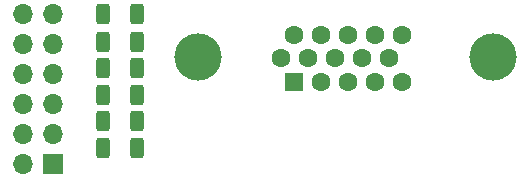
<source format=gbr>
%TF.GenerationSoftware,KiCad,Pcbnew,7.0.10*%
%TF.CreationDate,2024-02-19T15:37:38+07:00*%
%TF.ProjectId,PMOD2VGA,504d4f44-3256-4474-912e-6b696361645f,rev?*%
%TF.SameCoordinates,PX8c6db50PY50d2eb0*%
%TF.FileFunction,Soldermask,Top*%
%TF.FilePolarity,Negative*%
%FSLAX46Y46*%
G04 Gerber Fmt 4.6, Leading zero omitted, Abs format (unit mm)*
G04 Created by KiCad (PCBNEW 7.0.10) date 2024-02-19 15:37:38*
%MOMM*%
%LPD*%
G01*
G04 APERTURE LIST*
G04 Aperture macros list*
%AMRoundRect*
0 Rectangle with rounded corners*
0 $1 Rounding radius*
0 $2 $3 $4 $5 $6 $7 $8 $9 X,Y pos of 4 corners*
0 Add a 4 corners polygon primitive as box body*
4,1,4,$2,$3,$4,$5,$6,$7,$8,$9,$2,$3,0*
0 Add four circle primitives for the rounded corners*
1,1,$1+$1,$2,$3*
1,1,$1+$1,$4,$5*
1,1,$1+$1,$6,$7*
1,1,$1+$1,$8,$9*
0 Add four rect primitives between the rounded corners*
20,1,$1+$1,$2,$3,$4,$5,0*
20,1,$1+$1,$4,$5,$6,$7,0*
20,1,$1+$1,$6,$7,$8,$9,0*
20,1,$1+$1,$8,$9,$2,$3,0*%
G04 Aperture macros list end*
%ADD10RoundRect,0.250000X-0.312500X-0.625000X0.312500X-0.625000X0.312500X0.625000X-0.312500X0.625000X0*%
%ADD11C,4.000000*%
%ADD12R,1.600000X1.600000*%
%ADD13C,1.600000*%
%ADD14R,1.700000X1.700000*%
%ADD15O,1.700000X1.700000*%
G04 APERTURE END LIST*
D10*
%TO.C,R5*%
X10787500Y5420000D03*
X13712500Y5420000D03*
%TD*%
%TO.C,R3*%
X10787500Y9920000D03*
X13712500Y9920000D03*
%TD*%
%TO.C,R2*%
X10787500Y12170000D03*
X13712500Y12170000D03*
%TD*%
%TO.C,R4*%
X10787500Y7670000D03*
X13712500Y7670000D03*
%TD*%
D11*
%TO.C,J2*%
X43815000Y10840000D03*
X18815000Y10840000D03*
D12*
X27000000Y8790000D03*
D13*
X29290000Y8790000D03*
X31580000Y8790000D03*
X33870000Y8790000D03*
X36160000Y8790000D03*
X25855000Y10770000D03*
X28145000Y10770000D03*
X30435000Y10770000D03*
X32725000Y10770000D03*
X35015000Y10770000D03*
X27000000Y12750000D03*
X29290000Y12750000D03*
X31580000Y12750000D03*
X33870000Y12750000D03*
X36160000Y12750000D03*
%TD*%
D10*
%TO.C,R1*%
X10787500Y14500000D03*
X13712500Y14500000D03*
%TD*%
D14*
%TO.C,J1*%
X6540000Y1840000D03*
D15*
X4000000Y1840000D03*
X6540000Y4380000D03*
X4000000Y4380000D03*
X6540000Y6920000D03*
X4000000Y6920000D03*
X6540000Y9460000D03*
X4000000Y9460000D03*
X6540000Y12000000D03*
X4000000Y12000000D03*
X6540000Y14540000D03*
X4000000Y14540000D03*
%TD*%
D10*
%TO.C,R6*%
X10787500Y3170000D03*
X13712500Y3170000D03*
%TD*%
M02*

</source>
